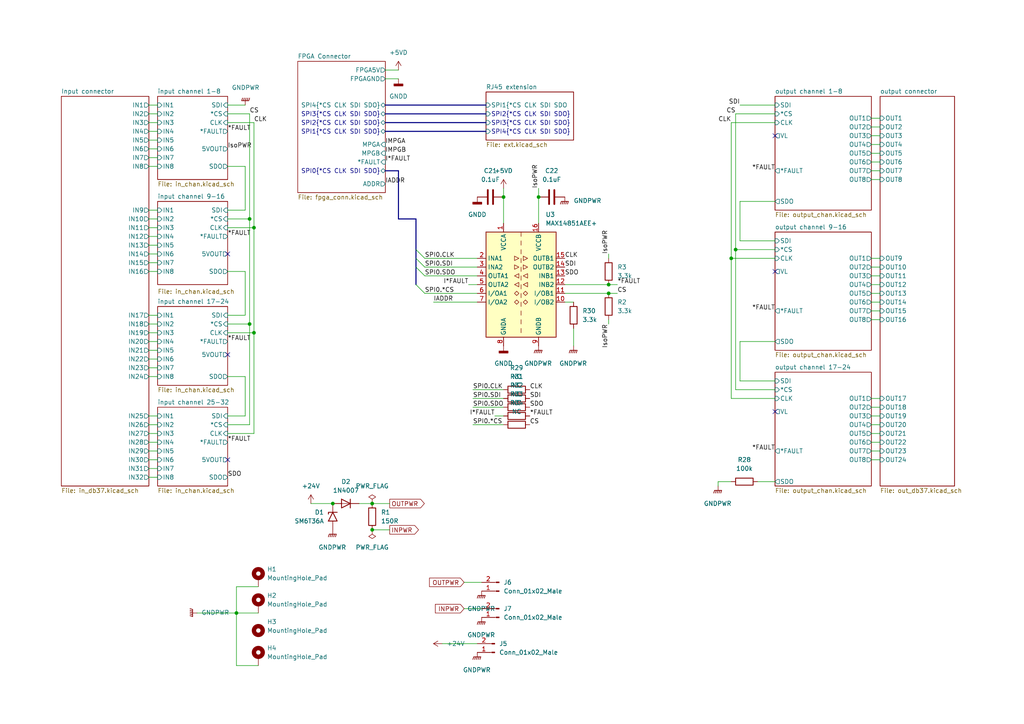
<source format=kicad_sch>
(kicad_sch (version 20211123) (generator eeschema)
  (paper "A4")
  (title_block (title "Num I/O") (rev "1") (company "Electrolab"))
  (lib_symbols
    (symbol "Connector:Conn_01x02_Male" (pin_names (offset 1.016) hide)
      (property "Reference" "J" (at 0 2.54 0))
      (property "Value" "Conn_01x02_Male" (at 0 -5.08 0))
      (symbol "Conn_01x02_Male_1_1"
        (polyline (pts (xy 1.27 -2.54) (xy 0.8636 -2.54)) (stroke (width 0.1524)))
        (polyline (pts (xy 1.27 0) (xy 0.8636 0)) (stroke (width 0.1524)))
        (rectangle (start 0.8636 -2.413) (end 0 -2.667) (stroke (width 0.1524)) (fill (type outline)))
        (rectangle (start 0.8636 0.127) (end 0 -0.127) (stroke (width 0.1524)) (fill (type outline)))
        (pin passive line (at 5.08 0 180) (length 3.81) (name "Pin_1") (number "1"))
        (pin passive line (at 5.08 -2.54 180) (length 3.81) (name "Pin_2") (number "2"))
      )
    )
    (symbol "Connector:DB25_Female_MountingHoles" (pin_names (offset 1.016) hide)
      (property "Reference" "J" (at 0 36.83 0))
      (property "Value" "DB25_Female_MountingHoles" (at 0 34.925 0))
      (symbol "DB25_Female_MountingHoles_0_1"
        (circle (center -1.778 -30.48) (radius 0.762))
        (circle (center -1.778 -25.4) (radius 0.762))
        (circle (center -1.778 -20.32) (radius 0.762))
        (circle (center -1.778 -15.24) (radius 0.762))
        (circle (center -1.778 -10.16) (radius 0.762))
        (circle (center -1.778 -5.08) (radius 0.762))
        (circle (center -1.778 0) (radius 0.762))
        (circle (center -1.778 5.08) (radius 0.762))
        (circle (center -1.778 10.16) (radius 0.762))
        (circle (center -1.778 15.24) (radius 0.762))
        (circle (center -1.778 20.32) (radius 0.762))
        (circle (center -1.778 25.4) (radius 0.762))
        (circle (center -1.778 30.48) (radius 0.762))
        (polyline (pts (xy -3.81 -30.48) (xy -2.54 -30.48)))
        (polyline (pts (xy -3.81 -27.94) (xy 0.508 -27.94)))
        (polyline (pts (xy -3.81 -25.4) (xy -2.54 -25.4)))
        (polyline (pts (xy -3.81 -22.86) (xy 0.508 -22.86)))
        (polyline (pts (xy -3.81 -20.32) (xy -2.54 -20.32)))
        (polyline (pts (xy -3.81 -17.78) (xy 0.508 -17.78)))
        (polyline (pts (xy -3.81 -15.24) (xy -2.54 -15.24)))
        (polyline (pts (xy -3.81 -12.7) (xy 0.508 -12.7)))
        (polyline (pts (xy -3.81 -10.16) (xy -2.54 -10.16)))
        (polyline (pts (xy -3.81 -7.62) (xy 0.508 -7.62)))
        (polyline (pts (xy -3.81 -5.08) (xy -2.54 -5.08)))
        (polyline (pts (xy -3.81 -2.54) (xy 0.508 -2.54)))
        (polyline (pts (xy -3.81 0) (xy -2.54 0)))
        (polyline (pts (xy -3.81 2.54) (xy 0.508 2.54)))
        (polyline (pts (xy -3.81 5.08) (xy -2.54 5.08)))
        (polyline (pts (xy -3.81 7.62) (xy 0.508 7.62)))
        (polyline (pts (xy -3.81 10.16) (xy -2.54 10.16)))
        (polyline (pts (xy -3.81 12.7) (xy 0.508 12.7)))
        (polyline (pts (xy -3.81 15.24) (xy -2.54 15.24)))
        (polyline (pts (xy -3.81 17.78) (xy 0.508 17.78)))
        (polyline (pts (xy -3.81 20.32) (xy -2.54 20.32)))
        (polyline (pts (xy -3.81 22.86) (xy 0.508 22.86)))
        (polyline (pts (xy -3.81 25.4) (xy -2.54 25.4)))
        (polyline (pts (xy -3.81 27.94) (xy 0.508 27.94)))
        (polyline (pts (xy -3.81 30.48) (xy -2.54 30.48)))
        (polyline (pts (xy -3.81 33.655) (xy 3.81 29.845) (xy 3.81 -29.845) (xy -3.81 -33.655) (xy -3.81 33.655)) (stroke (width 0.254)) (fill (type background)))
        (circle (center 1.27 -27.94) (radius 0.762))
        (circle (center 1.27 -22.86) (radius 0.762))
        (circle (center 1.27 -17.78) (radius 0.762))
        (circle (center 1.27 -12.7) (radius 0.762))
        (circle (center 1.27 -7.62) (radius 0.762))
        (circle (center 1.27 -2.54) (radius 0.762))
        (circle (center 1.27 2.54) (radius 0.762))
        (circle (center 1.27 7.62) (radius 0.762))
        (circle (center 1.27 12.7) (radius 0.762))
        (circle (center 1.27 17.78) (radius 0.762))
        (circle (center 1.27 22.86) (radius 0.762))
        (circle (center 1.27 27.94) (radius 0.762))
      )
      (symbol "DB25_Female_MountingHoles_1_1"
        (pin passive line (at 0 -35.56 90) (length 3.81) (name "PAD") (number "0"))
        (pin passive line (at -7.62 30.48 0) (length 3.81) (name "1") (number "1"))
        (pin passive line (at -7.62 -15.24 0) (length 3.81) (name "10") (number "10"))
        (pin passive line (at -7.62 -20.32 0) (length 3.81) (name "11") (number "11"))
        (pin passive line (at -7.62 -25.4 0) (length 3.81) (name "12") (number "12"))
        (pin passive line (at -7.62 -30.48 0) (length 3.81) (name "13") (number "13"))
        (pin passive line (at -7.62 27.94 0) (length 3.81) (name "P14") (number "14"))
        (pin passive line (at -7.62 22.86 0) (length 3.81) (name "P15") (number "15"))
        (pin passive line (at -7.62 17.78 0) (length 3.81) (name "P16") (number "16"))
        (pin passive line (at -7.62 12.7 0) (length 3.81) (name "P17") (number "17"))
        (pin passive line (at -7.62 7.62 0) (length 3.81) (name "P18") (number "18"))
        (pin passive line (at -7.62 2.54 0) (length 3.81) (name "P19") (number "19"))
        (pin passive line (at -7.62 25.4 0) (length 3.81) (name "2") (number "2"))
        (pin passive line (at -7.62 -2.54 0) (length 3.81) (name "P20") (number "20"))
        (pin passive line (at -7.62 -7.62 0) (length 3.81) (name "P21") (number "21"))
        (pin passive line (at -7.62 -12.7 0) (length 3.81) (name "P22") (number "22"))
        (pin passive line (at -7.62 -17.78 0) (length 3.81) (name "P23") (number "23"))
        (pin passive line (at -7.62 -22.86 0) (length 3.81) (name "P24") (number "24"))
        (pin passive line (at -7.62 -27.94 0) (length 3.81) (name "P25") (number "25"))
        (pin passive line (at -7.62 20.32 0) (length 3.81) (name "3") (number "3"))
        (pin passive line (at -7.62 15.24 0) (length 3.81) (name "4") (number "4"))
        (pin passive line (at -7.62 10.16 0) (length 3.81) (name "5") (number "5"))
        (pin passive line (at -7.62 5.08 0) (length 3.81) (name "6") (number "6"))
        (pin passive line (at -7.62 0 0) (length 3.81) (name "7") (number "7"))
        (pin passive line (at -7.62 -5.08 0) (length 3.81) (name "8") (number "8"))
        (pin passive line (at -7.62 -10.16 0) (length 3.81) (name "9") (number "9"))
      )
    )
    (symbol "Device:C" (pin_numbers hide) (pin_names (offset 0.254))
      (property "Reference" "C" (at 0.635 2.54 0))
      (property "Value" "C" (at 0.635 -2.54 0))
      (symbol "C_0_1"
        (polyline (pts (xy -2.032 -0.762) (xy 2.032 -0.762)) (stroke (width 0.508)))
        (polyline (pts (xy -2.032 0.762) (xy 2.032 0.762)) (stroke (width 0.508)))
      )
      (symbol "C_1_1"
        (pin passive line (at 0 3.81 270) (length 2.794) (name "~") (number "1"))
        (pin passive line (at 0 -3.81 90) (length 2.794) (name "~") (number "2"))
      )
    )
    (symbol "Device:R" (pin_numbers hide) (pin_names (offset 0))
      (property "Reference" "R" (at 2.032 0 90))
      (property "Value" "R" (at 0 0 90))
      (symbol "R_0_1"
        (rectangle (start -1.016 -2.54) (end 1.016 2.54) (stroke (width 0.254)))
      )
      (symbol "R_1_1"
        (pin passive line (at 0 3.81 270) (length 1.27) (name "~") (number "1"))
        (pin passive line (at 0 -3.81 90) (length 1.27) (name "~") (number "2"))
      )
    )
    (symbol "Diode:SM4007" (pin_numbers hide) (pin_names (offset 1.016) hide)
      (property "Reference" "D" (at 0 2.54 0))
      (property "Value" "SM4007" (at 0 -2.54 0))
      (symbol "SM4007_0_1"
        (polyline (pts (xy -1.27 1.27) (xy -1.27 -1.27)) (stroke (width 0.254)))
        (polyline (pts (xy 1.27 0) (xy -1.27 0)))
        (polyline (pts (xy 1.27 1.27) (xy 1.27 -1.27) (xy -1.27 0) (xy 1.27 1.27)) (stroke (width 0.254)))
      )
      (symbol "SM4007_1_1"
        (pin passive line (at -3.81 0 0) (length 2.54) (name "K") (number "1"))
        (pin passive line (at 3.81 0 180) (length 2.54) (name "A") (number "2"))
      )
    )
    (symbol "Diode:SM6T36A" (pin_numbers hide) (pin_names (offset 1.016) hide)
      (property "Reference" "D" (at 0 2.54 0))
      (property "Value" "SM6T36A" (at 0 -2.54 0))
      (symbol "SM6T36A_0_1"
        (polyline (pts (xy -0.762 1.27) (xy -1.27 1.27) (xy -1.27 -1.27)) (stroke (width 0.254)))
        (polyline (pts (xy 1.27 1.27) (xy 1.27 -1.27) (xy -1.27 0) (xy 1.27 1.27)) (stroke (width 0.254)))
      )
      (symbol "SM6T36A_1_1"
        (pin passive line (at -3.81 0 0) (length 2.54) (name "A1") (number "1"))
        (pin passive line (at 3.81 0 180) (length 2.54) (name "A2") (number "2"))
      )
    )
    (symbol "Isolator:HCPL-063A" (pin_names (offset 0))
      (property "Reference" "U" (at -4.064 11.43 0))
      (property "Value" "HCPL-063A" (at 7.874 11.43 0))
      (symbol "HCPL-063A_0_1"
        (rectangle (start -5.08 10.16) (end 5.08 -10.16) (stroke (width 0.254)) (fill (type background)))
      )
      (symbol "HCPL-063A_1_1"
        (polyline (pts (xy -3.048 -4.445) (xy -1.778 -4.445)) (stroke (width 0.254)))
        (polyline (pts (xy -3.048 4.445) (xy -1.778 4.445)) (stroke (width 0.254)))
        (polyline (pts (xy -0.381 -7.366) (xy -0.381 -8.636)))
        (polyline (pts (xy -0.381 -5.08) (xy -0.381 -6.35)))
        (polyline (pts (xy -0.381 -2.794) (xy -0.381 -4.064)))
        (polyline (pts (xy -0.381 -0.508) (xy -0.381 -1.778)))
        (polyline (pts (xy -0.381 1.778) (xy -0.381 0.508)))
        (polyline (pts (xy -0.381 4.064) (xy -0.381 2.794)))
        (polyline (pts (xy -0.381 6.35) (xy -0.381 5.08)))
        (polyline (pts (xy -0.381 8.636) (xy -0.381 7.366)))
        (polyline (pts (xy 4.699 -5.08) (xy 5.207 -5.08)) (stroke (width 0.254)))
        (polyline (pts (xy 4.699 5.08) (xy 5.334 5.08)) (stroke (width 0.254)))
        (polyline (pts (xy -4.953 -7.62) (xy -2.413 -7.62) (xy -2.413 -5.715)))
        (polyline (pts (xy -4.953 7.62) (xy -2.413 7.62) (xy -2.413 4.318)))
        (polyline (pts (xy -2.413 -5.842) (xy -2.413 -2.54) (xy -4.953 -2.54)))
        (polyline (pts (xy -2.413 4.445) (xy -2.413 2.54) (xy -4.953 2.54)))
        (polyline (pts (xy -2.413 -4.445) (xy -3.048 -5.715) (xy -1.778 -5.715) (xy -2.413 -4.445)) (stroke (width 0.254)))
        (polyline (pts (xy -2.413 4.445) (xy -3.048 5.715) (xy -1.778 5.715) (xy -2.413 4.445)) (stroke (width 0.254)))
        (polyline (pts (xy 3.937 -5.08) (xy 1.397 -3.81) (xy 1.397 -6.35) (xy 3.937 -5.08)) (stroke (width 0.254)))
        (polyline (pts (xy 3.937 5.08) (xy 1.397 6.35) (xy 1.397 3.81) (xy 3.937 5.08)) (stroke (width 0.254)))
        (polyline (pts (xy -1.397 -5.588) (xy -0.635 -5.588) (xy -1.016 -5.715) (xy -1.016 -5.461) (xy -0.635 -5.588)) (stroke (width 0.127)))
        (polyline (pts (xy -1.397 -4.572) (xy -0.635 -4.572) (xy -1.016 -4.699) (xy -1.016 -4.445) (xy -0.635 -4.572)) (stroke (width 0.127)))
        (polyline (pts (xy -1.397 4.572) (xy -0.635 4.572) (xy -1.016 4.445) (xy -1.016 4.699) (xy -0.635 4.572)) (stroke (width 0.127)))
        (polyline (pts (xy -1.397 5.588) (xy -0.635 5.588) (xy -1.016 5.461) (xy -1.016 5.715) (xy -0.635 5.588)) (stroke (width 0.127)))
        (circle (center 4.318 -5.08) (radius 0.3556) (stroke (width 0.254)))
        (circle (center 4.318 5.08) (radius 0.3556) (stroke (width 0.254)))
        (pin passive line (at -7.62 7.62 0) (length 2.54) (name "A1") (number "1"))
        (pin passive line (at -7.62 2.54 0) (length 2.54) (name "C1") (number "2"))
        (pin passive line (at -7.62 -2.54 0) (length 2.54) (name "C2") (number "3"))
        (pin passive line (at -7.62 -7.62 0) (length 2.54) (name "A2") (number "4"))
        (pin power_in line (at 0 -12.7 90) (length 2.54) (name "GND") (number "5"))
        (pin open_collector line (at 7.62 -5.08 180) (length 2.54) (name "VO2") (number "6"))
        (pin open_collector line (at 7.62 5.08 180) (length 2.54) (name "VO1") (number "7"))
        (pin power_in line (at 0 12.7 270) (length 2.54) (name "VCC") (number "8"))
      )
    )
    (symbol "Isolator:MAX14850AEE+"
      (property "Reference" "U" (at -9.525 16.51 0))
      (property "Value" "MAX14850AEE+" (at 13.335 16.51 0))
      (symbol "MAX14850AEE+_0_1"
        (rectangle (start -10.16 15.24) (end 10.16 -15.24) (stroke (width 0.254)) (fill (type background)))
        (polyline (pts (xy 0 -12.7) (xy 0 -13.97)))
        (polyline (pts (xy 0 -10.16) (xy 0 -11.43)))
        (polyline (pts (xy 0 -7.62) (xy 0 -8.89)))
        (polyline (pts (xy 0 -5.08) (xy 0 -6.35)))
        (polyline (pts (xy 0 -2.54) (xy 0 -3.81)))
        (polyline (pts (xy 0 0) (xy 0 -1.27)))
        (polyline (pts (xy 0 2.54) (xy 0 1.27)))
        (polyline (pts (xy 0 5.08) (xy 0 3.81)))
        (polyline (pts (xy 0 7.62) (xy 0 6.35)))
        (polyline (pts (xy 0 10.16) (xy 0 8.89)))
        (polyline (pts (xy 0 12.7) (xy 0 11.43)))
        (polyline (pts (xy 0 15.24) (xy 0 13.97)))
        (polyline (pts (xy -1.905 5.715) (xy -1.905 4.445) (xy -0.635 5.08) (xy -1.905 5.715)))
        (polyline (pts (xy -1.905 8.255) (xy -1.905 6.985) (xy -0.635 7.62) (xy -1.905 8.255)))
        (polyline (pts (xy -0.635 -0.635) (xy -0.635 0.635) (xy -1.905 0) (xy -0.635 -0.635)))
        (polyline (pts (xy -0.635 1.905) (xy -0.635 3.175) (xy -1.905 2.54) (xy -0.635 1.905)))
        (polyline (pts (xy 0.635 5.715) (xy 0.635 4.445) (xy 1.905 5.08) (xy 0.635 5.715)))
        (polyline (pts (xy 0.635 8.255) (xy 0.635 6.985) (xy 1.905 7.62) (xy 0.635 8.255)))
        (polyline (pts (xy 1.905 -0.635) (xy 1.905 0.635) (xy 0.635 0) (xy 1.905 -0.635)))
        (polyline (pts (xy 1.905 1.905) (xy 1.905 3.175) (xy 0.635 2.54) (xy 1.905 1.905)))
        (polyline (pts (xy -1.27 -4.445) (xy -1.905 -5.08) (xy -1.27 -5.715) (xy -0.635 -5.08) (xy -1.27 -4.445)))
        (polyline (pts (xy -1.27 -1.905) (xy -1.905 -2.54) (xy -1.27 -3.175) (xy -0.635 -2.54) (xy -1.27 -1.905)))
        (polyline (pts (xy 1.27 -4.445) (xy 0.635 -5.08) (xy 1.27 -5.715) (xy 1.905 -5.08) (xy 1.27 -4.445)))
        (polyline (pts (xy 1.27 -1.905) (xy 0.635 -2.54) (xy 1.27 -3.175) (xy 1.905 -2.54) (xy 1.27 -1.905)))
      )
      (symbol "MAX14850AEE+_1_1"
        (pin power_in line (at -5.08 17.78 270) (length 2.54) (name "VCCA") (number "1"))
        (pin bidirectional line (at 12.7 -5.08 180) (length 2.54) (name "I/OB2") (number "10"))
        (pin bidirectional line (at 12.7 -2.54 180) (length 2.54) (name "I/OB1") (number "11"))
        (pin input line (at 12.7 0 180) (length 2.54) (name "INB2") (number "12"))
        (pin input line (at 12.7 2.54 180) (length 2.54) (name "INB1") (number "13"))
        (pin output line (at 12.7 5.08 180) (length 2.54) (name "OUTB2") (number "14"))
        (pin output line (at 12.7 7.62 180) (length 2.54) (name "OUTB1") (number "15"))
        (pin power_in line (at 5.08 17.78 270) (length 2.54) (name "VCCB") (number "16"))
        (pin input line (at -12.7 7.62 0) (length 2.54) (name "INA1") (number "2"))
        (pin input line (at -12.7 5.08 0) (length 2.54) (name "INA2") (number "3"))
        (pin output line (at -12.7 2.54 0) (length 2.54) (name "OUTA1") (number "4"))
        (pin output line (at -12.7 0 0) (length 2.54) (name "OUTA2") (number "5"))
        (pin bidirectional line (at -12.7 -2.54 0) (length 2.54) (name "I/OA1") (number "6"))
        (pin bidirectional line (at -12.7 -5.08 0) (length 2.54) (name "I/OA2") (number "7"))
        (pin power_in line (at -5.08 -17.78 90) (length 2.54) (name "GNDA") (number "8"))
        (pin power_in line (at 5.08 -17.78 90) (length 2.54) (name "GNDB") (number "9"))
      )
    )
    (symbol "Mechanical:MountingHole" (pin_names (offset 1.016))
      (property "Reference" "H" (at 0 5.08 0))
      (property "Value" "MountingHole" (at 0 3.175 0))
      (symbol "MountingHole_0_1"
        (circle (center 0 0) (radius 1.27) (stroke (width 1.27)))
      )
    )
    (symbol "Mechanical:MountingHole_Pad" (pin_numbers hide) (pin_names (offset 1.016) hide)
      (property "Reference" "H" (at 0 6.35 0))
      (property "Value" "MountingHole_Pad" (at 0 4.445 0))
      (symbol "MountingHole_Pad_0_1"
        (circle (center 0 1.27) (radius 1.27) (stroke (width 1.27)))
      )
      (symbol "MountingHole_Pad_1_1"
        (pin input line (at 0 -2.54 90) (length 2.54) (name "1") (number "1"))
      )
    )
    (symbol "power:+24V" (power) (pin_names (offset 0))
      (property "Value" "+24V" (at 0 3.556 0))
      (symbol "+24V_0_1"
        (polyline (pts (xy -0.762 1.27) (xy 0 2.54)))
        (polyline (pts (xy 0 0) (xy 0 2.54)))
        (polyline (pts (xy 0 2.54) (xy 0.762 1.27)))
      )
      (symbol "+24V_1_1"
        (pin power_in line (at 0 0 90) (length 0) hide (name "+24V") (number "1"))
      )
    )
    (symbol "power:+5VD" (power) (pin_names (offset 0))
      (property "Value" "+5VD" (at 0 3.556 0))
      (symbol "+5VD_0_1"
        (polyline (pts (xy -0.762 1.27) (xy 0 2.54)))
        (polyline (pts (xy 0 0) (xy 0 2.54)))
        (polyline (pts (xy 0 2.54) (xy 0.762 1.27)))
      )
      (symbol "+5VD_1_1"
        (pin power_in line (at 0 0 90) (length 0) hide (name "+5VD") (number "1"))
      )
    )
    (symbol "power:GNDD" (power) (pin_names (offset 0))
      (property "Value" "GNDD" (at 0 -3.175 0))
      (symbol "GNDD_0_1"
        (rectangle (start -1.27 -1.524) (end 1.27 -2.032) (stroke (width 0.254)) (fill (type outline)))
        (polyline (pts (xy 0 0) (xy 0 -1.524)))
      )
      (symbol "GNDD_1_1"
        (pin power_in line (at 0 0 270) (length 0) hide (name "GNDD") (number "1"))
      )
    )
    (symbol "power:GNDPWR" (power) (pin_names (offset 0))
      (property "Value" "GNDPWR" (at 0 -3.302 0))
      (symbol "GNDPWR_0_1"
        (polyline (pts (xy 0 -1.27) (xy 0 0)))
        (polyline (pts (xy -1.016 -1.27) (xy -1.27 -2.032) (xy -1.27 -2.032)) (stroke (width 0.2032)))
        (polyline (pts (xy -0.508 -1.27) (xy -0.762 -2.032) (xy -0.762 -2.032)) (stroke (width 0.2032)))
        (polyline (pts (xy 0 -1.27) (xy -0.254 -2.032) (xy -0.254 -2.032)) (stroke (width 0.2032)))
        (polyline (pts (xy 0.508 -1.27) (xy 0.254 -2.032) (xy 0.254 -2.032)) (stroke (width 0.2032)))
        (polyline (pts (xy 1.016 -1.27) (xy -1.016 -1.27) (xy -1.016 -1.27)) (stroke (width 0.2032)))
        (polyline (pts (xy 1.016 -1.27) (xy 0.762 -2.032) (xy 0.762 -2.032) (xy 0.762 -2.032)) (stroke (width 0.2032)))
      )
      (symbol "GNDPWR_1_1"
        (pin power_in line (at 0 0 270) (length 0) hide (name "GNDPWR") (number "1"))
      )
    )
    (symbol "power:PWR_FLAG" (power) (pin_numbers hide) (pin_names (offset 0) hide)
      (property "Value" "PWR_FLAG" (at 0 3.81 0))
      (symbol "PWR_FLAG_0_0"
        (pin power_out line (at 0 0 90) (length 0) (name "pwr") (number "1"))
      )
      (symbol "PWR_FLAG_0_1"
        (polyline (pts (xy 0 0) (xy 0 1.27) (xy -1.016 1.905) (xy 0 2.54) (xy 1.016 1.905) (xy 0 1.27)))
      )
    )
  )
  (junction (at 72.39 63.5))
  (junction (at 68.58 177.8))
  (junction (at 73.66 96.52))
  (junction (at 107.95 153.67))
  (junction (at 176.53 82.55))
  (junction (at 156.21 57.15))
  (junction (at 72.39 93.98))
  (junction (at -91.44 124.46))
  (junction (at 176.53 85.09))
  (junction (at 96.52 146.05))
  (junction (at 146.05 57.15))
  (junction (at 213.36 72.39))
  (junction (at 107.95 146.05))
  (junction (at 73.66 66.04))
  (junction (at 212.09 74.93))
  (no_connect (at 66.04 133.35))
  (no_connect (at 66.04 73.66))
  (no_connect (at 66.04 102.87))
  (no_connect (at -33.02 105.41))
  (no_connect (at -33.02 102.87))
  (no_connect (at -33.02 100.33))
  (no_connect (at -33.02 97.79))
  (no_connect (at -33.02 95.25))
  (no_connect (at -33.02 123.19))
  (no_connect (at -33.02 120.65))
  (no_connect (at -33.02 92.71))
  (no_connect (at -33.02 128.27))
  (no_connect (at -33.02 133.35))
  (no_connect (at -33.02 153.67))
  (no_connect (at -33.02 140.97))
  (no_connect (at -33.02 143.51))
  (no_connect (at -33.02 146.05))
  (no_connect (at -33.02 148.59))
  (no_connect (at -33.02 151.13))
  (no_connect (at -33.02 125.73))
  (no_connect (at -33.02 115.57))
  (no_connect (at -33.02 113.03))
  (no_connect (at -33.02 110.49))
  (no_connect (at -33.02 107.95))
  (no_connect (at 224.79 78.74))
  (no_connect (at 224.79 119.38))
  (no_connect (at 224.79 39.37))
  (bus_entry (at 120.65 72.39) (size 2.54 2.54))
  (bus_entry (at 120.65 77.47) (size 2.54 2.54))
  (bus_entry (at 120.65 74.93) (size 2.54 2.54))
  (bus_entry (at 120.65 82.55) (size 2.54 2.54))
  (wire (pts (xy 128.27 186.69) (xy 138.43 186.69)))
  (wire (pts (xy 43.18 30.48) (xy 45.72 30.48)))
  (wire (pts (xy 111.76 22.86) (xy 115.57 22.86)))
  (wire (pts (xy 43.18 73.66) (xy 45.72 73.66)))
  (wire (pts (xy 43.18 33.02) (xy 45.72 33.02)))
  (wire (pts (xy 252.73 80.01) (xy 255.27 80.01)))
  (wire (pts (xy 252.73 52.07) (xy 255.27 52.07)))
  (wire (pts (xy -93.98 132.08) (xy -87.63 132.08)))
  (wire (pts (xy 43.18 68.58) (xy 45.72 68.58)))
  (wire (pts (xy -120.65 109.22) (xy -120.65 113.03)))
  (wire (pts (xy -80.01 146.05) (xy -80.01 137.16)))
  (wire (pts (xy -80.01 110.49) (xy -80.01 111.76)))
  (wire (pts (xy -45.72 118.11) (xy -33.02 118.11)))
  (wire (pts (xy 68.58 177.8) (xy 68.58 193.04)))
  (wire (pts (xy 43.18 106.68) (xy 45.72 106.68)))
  (wire (pts (xy 135.89 82.55) (xy 138.43 82.55)))
  (wire (pts (xy 224.79 33.02) (xy 213.36 33.02)))
  (wire (pts (xy 72.39 33.02) (xy 72.39 63.5)))
  (wire (pts (xy 252.73 41.91) (xy 255.27 41.91)))
  (wire (pts (xy 252.73 87.63) (xy 255.27 87.63)))
  (wire (pts (xy 111.76 20.32) (xy 115.57 20.32)))
  (bus (pts (xy 111.76 49.53) (xy 115.57 49.53)))
  (wire (pts (xy 123.19 85.09) (xy 138.43 85.09)))
  (wire (pts (xy 43.18 135.89) (xy 45.72 135.89)))
  (wire (pts (xy 123.19 74.93) (xy 138.43 74.93)))
  (wire (pts (xy 71.12 78.74) (xy 66.04 78.74)))
  (wire (pts (xy 224.79 99.06) (xy 214.63 99.06)))
  (wire (pts (xy 73.66 66.04) (xy 73.66 96.52)))
  (wire (pts (xy 43.18 35.56) (xy 45.72 35.56)))
  (wire (pts (xy 252.73 118.11) (xy 255.27 118.11)))
  (wire (pts (xy 43.18 40.64) (xy 45.72 40.64)))
  (wire (pts (xy 66.04 93.98) (xy 72.39 93.98)))
  (wire (pts (xy 43.18 71.12) (xy 45.72 71.12)))
  (wire (pts (xy 43.18 66.04) (xy 45.72 66.04)))
  (wire (pts (xy 43.18 63.5) (xy 45.72 63.5)))
  (bus (pts (xy 115.57 49.53) (xy 115.57 63.5)))
  (wire (pts (xy 179.07 82.55) (xy 176.53 82.55)))
  (wire (pts (xy 66.04 96.52) (xy 73.66 96.52)))
  (wire (pts (xy 208.28 140.97) (xy 208.28 139.7)))
  (wire (pts (xy -45.72 138.43) (xy -33.02 138.43)))
  (wire (pts (xy 176.53 82.55) (xy 163.83 82.55)))
  (wire (pts (xy 43.18 120.65) (xy 45.72 120.65)))
  (wire (pts (xy 43.18 104.14) (xy 45.72 104.14)))
  (wire (pts (xy 66.04 125.73) (xy 73.66 125.73)))
  (wire (pts (xy 73.66 96.52) (xy 73.66 125.73)))
  (bus (pts (xy 120.65 63.5) (xy 120.65 72.39)))
  (wire (pts (xy 252.73 120.65) (xy 255.27 120.65)))
  (wire (pts (xy 66.04 30.48) (xy 71.12 30.48)))
  (wire (pts (xy 107.95 153.67) (xy 113.03 153.67)))
  (wire (pts (xy 68.58 193.04) (xy 74.93 193.04)))
  (wire (pts (xy 43.18 38.1) (xy 45.72 38.1)))
  (wire (pts (xy 43.18 91.44) (xy 45.72 91.44)))
  (wire (pts (xy 71.12 48.26) (xy 71.12 60.96)))
  (wire (pts (xy 252.73 133.35) (xy 255.27 133.35)))
  (wire (pts (xy 252.73 34.29) (xy 255.27 34.29)))
  (wire (pts (xy -87.63 127) (xy -91.44 127)))
  (wire (pts (xy 57.15 177.8) (xy 68.58 177.8)))
  (wire (pts (xy 72.39 93.98) (xy 72.39 123.19)))
  (wire (pts (xy 213.36 113.03) (xy 213.36 72.39)))
  (wire (pts (xy 213.36 33.02) (xy 213.36 72.39)))
  (wire (pts (xy 252.73 92.71) (xy 255.27 92.71)))
  (wire (pts (xy 137.16 113.03) (xy 146.05 113.03)))
  (wire (pts (xy 252.73 85.09) (xy 255.27 85.09)))
  (wire (pts (xy 208.28 139.7) (xy 212.09 139.7)))
  (wire (pts (xy 66.04 91.44) (xy 71.12 91.44)))
  (wire (pts (xy 252.73 44.45) (xy 255.27 44.45)))
  (wire (pts (xy 212.09 115.57) (xy 212.09 74.93)))
  (wire (pts (xy 212.09 35.56) (xy 212.09 74.93)))
  (wire (pts (xy 43.18 99.06) (xy 45.72 99.06)))
  (wire (pts (xy 66.04 48.26) (xy 71.12 48.26)))
  (wire (pts (xy 214.63 58.42) (xy 214.63 69.85)))
  (wire (pts (xy 176.53 85.09) (xy 163.83 85.09)))
  (wire (pts (xy 43.18 93.98) (xy 45.72 93.98)))
  (wire (pts (xy -120.65 123.19) (xy -120.65 120.65)))
  (wire (pts (xy 252.73 128.27) (xy 255.27 128.27)))
  (wire (pts (xy 252.73 39.37) (xy 255.27 39.37)))
  (wire (pts (xy 252.73 82.55) (xy 255.27 82.55)))
  (wire (pts (xy 134.62 168.91) (xy 139.7 168.91)))
  (wire (pts (xy 214.63 30.48) (xy 224.79 30.48)))
  (wire (pts (xy 43.18 125.73) (xy 45.72 125.73)))
  (wire (pts (xy 71.12 120.65) (xy 71.12 109.22)))
  (wire (pts (xy 156.21 57.15) (xy 156.21 64.77)))
  (wire (pts (xy 252.73 130.81) (xy 255.27 130.81)))
  (wire (pts (xy 252.73 115.57) (xy 255.27 115.57)))
  (bus (pts (xy 115.57 63.5) (xy 120.65 63.5)))
  (wire (pts (xy 43.18 76.2) (xy 45.72 76.2)))
  (wire (pts (xy 176.53 92.71) (xy 176.53 93.98)))
  (wire (pts (xy 224.79 115.57) (xy 212.09 115.57)))
  (wire (pts (xy -45.72 130.81) (xy -33.02 130.81)))
  (wire (pts (xy 96.52 146.05) (xy 90.17 146.05)))
  (wire (pts (xy 252.73 90.17) (xy 255.27 90.17)))
  (wire (pts (xy 252.73 36.83) (xy 255.27 36.83)))
  (wire (pts (xy 146.05 54.61) (xy 146.05 57.15)))
  (wire (pts (xy 179.07 85.09) (xy 176.53 85.09)))
  (bus (pts (xy 111.76 38.1) (xy 140.97 38.1)))
  (wire (pts (xy 104.14 146.05) (xy 107.95 146.05)))
  (wire (pts (xy 224.79 58.42) (xy 214.63 58.42)))
  (wire (pts (xy 137.16 123.19) (xy 146.05 123.19)))
  (wire (pts (xy 156.21 54.61) (xy 156.21 57.15)))
  (wire (pts (xy 146.05 57.15) (xy 146.05 64.77)))
  (wire (pts (xy 43.18 101.6) (xy 45.72 101.6)))
  (wire (pts (xy 214.63 110.49) (xy 224.79 110.49)))
  (wire (pts (xy 43.18 138.43) (xy 45.72 138.43)))
  (wire (pts (xy 43.18 45.72) (xy 45.72 45.72)))
  (wire (pts (xy 43.18 60.96) (xy 45.72 60.96)))
  (wire (pts (xy 137.16 118.11) (xy 146.05 118.11)))
  (wire (pts (xy -91.44 121.92) (xy -91.44 124.46)))
  (wire (pts (xy 166.37 95.25) (xy 166.37 100.33)))
  (wire (pts (xy 43.18 43.18) (xy 45.72 43.18)))
  (wire (pts (xy 74.93 170.18) (xy 68.58 170.18)))
  (wire (pts (xy 252.73 125.73) (xy 255.27 125.73)))
  (wire (pts (xy -69.85 119.38) (xy -72.39 119.38)))
  (wire (pts (xy 43.18 78.74) (xy 45.72 78.74)))
  (wire (pts (xy 43.18 130.81) (xy 45.72 130.81)))
  (wire (pts (xy 123.19 80.01) (xy 138.43 80.01)))
  (bus (pts (xy 120.65 74.93) (xy 120.65 77.47)))
  (wire (pts (xy 143.51 120.65) (xy 146.05 120.65)))
  (wire (pts (xy -36.83 158.75) (xy -25.4 158.75)))
  (wire (pts (xy 66.04 35.56) (xy 73.66 35.56)))
  (wire (pts (xy 43.18 133.35) (xy 45.72 133.35)))
  (wire (pts (xy 71.12 91.44) (xy 71.12 78.74)))
  (wire (pts (xy 224.79 35.56) (xy 212.09 35.56)))
  (wire (pts (xy 66.04 63.5) (xy 72.39 63.5)))
  (wire (pts (xy 252.73 74.93) (xy 255.27 74.93)))
  (wire (pts (xy -87.63 121.92) (xy -91.44 121.92)))
  (wire (pts (xy 213.36 72.39) (xy 224.79 72.39)))
  (wire (pts (xy 252.73 46.99) (xy 255.27 46.99)))
  (wire (pts (xy 107.95 146.05) (xy 113.03 146.05)))
  (wire (pts (xy 252.73 49.53) (xy 255.27 49.53)))
  (wire (pts (xy 163.83 87.63) (xy 166.37 87.63)))
  (wire (pts (xy 43.18 48.26) (xy 45.72 48.26)))
  (wire (pts (xy 212.09 74.93) (xy 224.79 74.93)))
  (wire (pts (xy 68.58 177.8) (xy 74.93 177.8)))
  (wire (pts (xy 66.04 120.65) (xy 71.12 120.65)))
  (wire (pts (xy 72.39 123.19) (xy 66.04 123.19)))
  (wire (pts (xy 214.63 69.85) (xy 224.79 69.85)))
  (wire (pts (xy 68.58 170.18) (xy 68.58 177.8)))
  (bus (pts (xy 120.65 72.39) (xy 120.65 74.93)))
  (bus (pts (xy 111.76 33.02) (xy 140.97 33.02)))
  (bus (pts (xy 111.76 30.48) (xy 140.97 30.48)))
  (wire (pts (xy 43.18 128.27) (xy 45.72 128.27)))
  (wire (pts (xy 176.53 73.66) (xy 176.53 74.93)))
  (wire (pts (xy 72.39 63.5) (xy 72.39 93.98)))
  (bus (pts (xy 111.76 35.56) (xy 140.97 35.56)))
  (wire (pts (xy 43.18 96.52) (xy 45.72 96.52)))
  (wire (pts (xy 66.04 66.04) (xy 73.66 66.04)))
  (bus (pts (xy 120.65 77.47) (xy 120.65 82.55)))
  (wire (pts (xy 125.73 87.63) (xy 138.43 87.63)))
  (wire (pts (xy 73.66 35.56) (xy 73.66 66.04)))
  (wire (pts (xy 134.62 176.53) (xy 139.7 176.53)))
  (wire (pts (xy 66.04 33.02) (xy 72.39 33.02)))
  (wire (pts (xy -69.85 129.54) (xy -72.39 129.54)))
  (wire (pts (xy 214.63 99.06) (xy 214.63 110.49)))
  (wire (pts (xy -93.98 116.84) (xy -87.63 116.84)))
  (wire (pts (xy 43.18 123.19) (xy 45.72 123.19)))
  (wire (pts (xy 43.18 109.22) (xy 45.72 109.22)))
  (wire (pts (xy -91.44 127) (xy -91.44 124.46)))
  (wire (pts (xy 137.16 115.57) (xy 146.05 115.57)))
  (wire (pts (xy 71.12 60.96) (xy 66.04 60.96)))
  (wire (pts (xy 123.19 77.47) (xy 138.43 77.47)))
  (wire (pts (xy 252.73 77.47) (xy 255.27 77.47)))
  (wire (pts (xy -45.72 135.89) (xy -33.02 135.89)))
  (wire (pts (xy 224.79 113.03) (xy 213.36 113.03)))
  (wire (pts (xy 252.73 123.19) (xy 255.27 123.19)))
  (wire (pts (xy 219.71 139.7) (xy 224.79 139.7)))
  (wire (pts (xy 66.04 109.22) (xy 71.12 109.22)))
  (label "CS" (at 179.07 85.09 0))
  (label "*FAULT" (at 224.79 49.53 180))
  (label "*FAULT" (at 224.79 130.81 180))
  (label "*FAULT" (at 224.79 90.17 180))
  (label "IMPGA" (at -93.98 116.84 0))
  (label "SDO" (at 163.83 80.01 0))
  (label "MPGA" (at -45.72 118.11 0))
  (label "*FAULT" (at 179.07 82.55 0))
  (label "SPI0.SDO" (at 123.19 80.01 0))
  (label "CLK" (at 212.09 35.56 180))
  (label "SDO" (at 153.67 118.11 0))
  (label "IMPGB" (at 111.76 44.45 0))
  (label "IsoPWR" (at 176.53 93.98 270))
  (label "IsoPWR" (at 156.21 54.61 90))
  (label "I*FAULT" (at 111.76 46.99 0))
  (label "CLK" (at 163.83 74.93 0))
  (label "SDI" (at 163.83 77.47 0))
  (label "*FAULT" (at 66.04 99.06 0))
  (label "SDI" (at 214.63 30.48 180))
  (label "SPI0.CLK" (at 123.19 74.93 0))
  (label "*FAULT" (at 66.04 38.1 0))
  (label "IsoPWR" (at -45.72 135.89 0))
  (label "IMPGA" (at 111.76 41.91 0))
  (label "SPI0.SDI" (at 137.16 115.57 0))
  (label "SDI" (at 153.67 115.57 0))
  (label "*FAULT" (at 66.04 128.27 0))
  (label "CLK" (at 153.67 113.03 0))
  (label "*FAULT" (at 66.04 68.58 0))
  (label "MPGB" (at -45.72 138.43 0))
  (label "MPGB" (at -69.85 129.54 0))
  (label "IMPGB" (at -93.98 132.08 0))
  (label "IADDR" (at 111.76 53.34 0))
  (label "CS" (at 72.39 33.02 0))
  (label "SPI0.*CS" (at 123.19 85.09 0))
  (label "SPI0.SDO" (at 137.16 118.11 0))
  (label "IsoPWR" (at 176.53 73.66 90))
  (label "CS" (at 213.36 33.02 180))
  (label "SPI0.*CS" (at 137.16 123.19 0))
  (label "SPI0.SDI" (at 123.19 77.47 0))
  (label "CS" (at 153.67 123.19 0))
  (label "IsoPWR" (at -120.65 109.22 0))
  (label "IsoPWR" (at -80.01 110.49 90))
  (label "IADDR" (at 125.73 87.63 0))
  (label "IsoPWR" (at 66.04 43.18 0))
  (label "SDO" (at 66.04 138.43 0))
  (label "*FAULT" (at 153.67 120.65 0))
  (label "I*FAULT" (at 135.89 82.55 180))
  (label "SPI0.CLK" (at 137.16 113.03 0))
  (label "MPGA" (at -69.85 119.38 0))
  (label "I*FAULT" (at 143.51 120.65 180))
  (label "CLK" (at 73.66 35.56 0))
  (global_label "INPWR" (shape output) (at 113.03 153.67 0) (property "Intersheet References" "${INTERSHEET_REFS}" (effects hide)))
  (global_label "OUTPWR" (shape input) (at 134.62 168.91 180) (property "Intersheet References" "${INTERSHEET_REFS}" (effects hide)))
  (global_label "INPWR" (shape input) (at 134.62 176.53 180) (property "Intersheet References" "${INTERSHEET_REFS}" (effects hide)))
  (global_label "OUTPWR" (shape output) (at 113.03 146.05 0) (property "Intersheet References" "${INTERSHEET_REFS}" (effects hide)))
  (symbol (lib_id "power:GNDPWR") (at 96.52 153.67 0) (unit 1)
    (property "Reference" "#PWR013" (effects hide))
    (property "Value" "GNDPWR" (at 96.393 158.75 0))
  )
  (symbol (lib_id "power:GNDPWR") (at 139.7 171.45 0) (unit 1)
    (property "Reference" "#PWR063" (effects hide))
    (property "Value" "GNDPWR" (at 139.573 176.53 0))
  )
  (symbol (lib_id "power:+24V") (at 90.17 146.05 0) (unit 1)
    (property "Reference" "#PWR010" (effects hide))
    (property "Value" "+24V" (at 90.17 140.97 0))
  )
  (symbol (lib_id "power:GNDD") (at -91.44 124.46 270) (unit 1)
    (property "Reference" "#PWR0138" (effects hide))
    (property "Value" "GNDD" (at -88.9 124.4599 90) (effects (justify left)))
  )
  (symbol (lib_id "Connector:Conn_01x02_Male") (at 143.51 189.23 180) (unit 1)
    (property "Reference" "J5" (at 144.78 186.6899 0) (effects (justify right)))
    (property "Value" "Conn_01x02_Male" (at 144.78 189.2299 0) (effects (justify right)))
    (property "Footprint" "Connector_Molex:Molex_KK-254_AE-6410-02A_1x02_P2.54mm_Vertical" (effects hide))
  )
  (symbol (lib_id "Device:C") (at -120.65 116.84 180) (unit 1)
    (property "Reference" "C65" (at -115.57 115.5699 0) (effects (justify right)))
    (property "Value" "0.1uF" (at -115.57 118.1099 0) (effects (justify right)))
    (property "Footprint" "Capacitor_SMD:C_0805_2012Metric" (effects hide))
  )
  (symbol (lib_id "Diode:SM4007") (at 100.33 146.05 0) (mirror y) (unit 1)
    (property "Reference" "D2" (at 100.33 139.7 0))
    (property "Value" "1N4007" (at 100.33 142.24 0))
    (property "Footprint" "Diode_SMD:D_MELF" (effects hide))
    (property "Datasheet" "http://cdn-reichelt.de/documents/datenblatt/A400/SMD1N400%23DIO.pdf" (effects hide))
  )
  (symbol (lib_id "power:PWR_FLAG") (at 107.95 153.67 180) (unit 1)
    (property "Reference" "#FLG0102" (effects hide))
    (property "Value" "PWR_FLAG" (at 107.95 158.75 0))
  )
  (symbol (lib_id "power:GNDPWR") (at -120.65 123.19 0) (unit 1)
    (property "Reference" "#PWR075" (effects hide))
    (property "Value" "GNDPWR" (at -120.65 123.19 0) (effects (justify left)))
  )
  (symbol (lib_id "power:GNDD") (at 138.43 57.15 0) (unit 1)
    (property "Reference" "#PWR014" (effects hide))
    (property "Value" "GNDD" (at 138.43 62.23 0))
  )
  (symbol (lib_id "power:GNDPWR") (at 71.12 30.48 180) (unit 1)
    (property "Reference" "#PWR09" (effects hide))
    (property "Value" "GNDPWR" (at 71.247 25.4 0))
  )
  (symbol (lib_id "Connector:Conn_01x02_Male") (at 144.78 179.07 180) (unit 1)
    (property "Reference" "J7" (at 146.05 176.5299 0) (effects (justify right)))
    (property "Value" "Conn_01x02_Male" (at 146.05 179.0699 0) (effects (justify right)))
    (property "Footprint" "Connector_Molex:Molex_KK-254_AE-6410-02A_1x02_P2.54mm_Vertical" (effects hide))
  )
  (symbol (lib_id "Device:R") (at 107.95 149.86 0) (mirror y) (unit 1)
    (property "Reference" "R1" (at 110.49 148.5899 0) (effects (justify right)))
    (property "Value" "150R" (at 110.49 151.1299 0) (effects (justify right)))
    (property "Footprint" "Resistor_SMD:R_0805_2012Metric" (effects hide))
  )
  (symbol (lib_id "power:GNDPWR") (at 156.21 100.33 0) (unit 1)
    (property "Reference" "#PWR017" (effects hide))
    (property "Value" "GNDPWR" (at 156.083 105.41 0))
  )
  (symbol (lib_id "power:GNDD") (at 146.05 100.33 0) (unit 1)
    (property "Reference" "#PWR016" (effects hide))
    (property "Value" "GNDD" (at 146.05 105.41 0))
  )
  (symbol (lib_id "Device:R") (at 149.86 113.03 90) (unit 1)
    (property "Reference" "R29" (at 149.86 106.68 90))
    (property "Value" "NC" (at 149.86 109.22 90))
    (property "Footprint" "Resistor_SMD:R_0805_2012Metric_Pad1.20x1.40mm_HandSolder" (effects hide))
  )
  (symbol (lib_id "Mechanical:MountingHole_Pad") (at 74.93 190.5 0) (unit 1)
    (property "Reference" "H4" (at 77.47 187.9599 0) (effects (justify left)))
    (property "Value" "MountingHole_Pad" (at 77.47 190.4999 0) (effects (justify left)))
    (property "Footprint" "MountingHole:MountingHole_3.2mm_M3_DIN965_Pad" (effects hide))
  )
  (symbol (lib_id "power:GNDPWR") (at 138.43 189.23 0) (unit 1)
    (property "Reference" "#PWR061" (effects hide))
    (property "Value" "GNDPWR" (at 138.303 194.31 0))
  )
  (symbol (lib_id "power:GNDPWR") (at -36.83 158.75 270) (unit 1)
    (property "Reference" "#PWR0136" (effects hide))
    (property "Value" "GNDPWR" (at -36.83 158.75 90) (effects (justify left)))
  )
  (symbol (lib_id "Mechanical:MountingHole") (at 74.93 182.88 0) (unit 1)
    (property "Reference" "H3" (at 77.47 180.3399 0) (effects (justify left)))
    (property "Value" "MountingHole_Pad" (at 77.47 182.8799 0) (effects (justify left)))
    (property "Footprint" "MountingHole:MountingHole_3.2mm_M3_DIN965_Pad" (effects hide))
  )
  (symbol (lib_id "Device:R") (at 166.37 91.44 0) (unit 1)
    (property "Reference" "R30" (at 168.91 90.1699 0) (effects (justify left)))
    (property "Value" "3.3k" (at 168.91 92.7099 0) (effects (justify left)))
    (property "Footprint" "Resistor_SMD:R_0603_1608Metric" (effects hide))
  )
  (symbol (lib_id "Connector:DB25_Female_MountingHoles") (at -25.4 123.19 0) (unit 1)
    (property "Reference" "J10" (at -19.05 121.9199 0) (effects (justify left)))
    (property "Value" "DB25_Female" (at -19.05 124.4599 0) (effects (justify left)))
    (property "Footprint" "Connector_Dsub:DSUB-25_Female_Vertical_P2.77x2.84mm_MountingHoles" (effects hide))
    (property "Datasheet" " ~" (effects hide))
  )
  (symbol (lib_id "Mechanical:MountingHole_Pad") (at 74.93 167.64 0) (unit 1)
    (property "Reference" "H1" (at 77.47 165.0999 0) (effects (justify left)))
    (property "Value" "MountingHole_Pad" (at 77.47 167.6399 0) (effects (justify left)))
    (property "Footprint" "MountingHole:MountingHole_3.2mm_M3_DIN965_Pad" (effects hide))
  )
  (symbol (lib_id "Device:R") (at 176.53 88.9 0) (unit 1)
    (property "Reference" "R2" (at 179.07 87.6299 0) (effects (justify left)))
    (property "Value" "3.3k" (at 179.07 90.1699 0) (effects (justify left)))
    (property "Footprint" "Resistor_SMD:R_0603_1608Metric" (effects hide))
  )
  (symbol (lib_id "power:GNDPWR") (at -80.01 146.05 0) (unit 1)
    (property "Reference" "#PWR0137" (effects hide))
    (property "Value" "GNDPWR" (at -80.01 146.05 90) (effects (justify left)))
  )
  (symbol (lib_id "Device:R") (at 149.86 118.11 90) (unit 1)
    (property "Reference" "R32" (at 149.86 111.76 90))
    (property "Value" "NC" (at 149.86 114.3 90))
    (property "Footprint" "Resistor_SMD:R_0805_2012Metric_Pad1.20x1.40mm_HandSolder" (effects hide))
  )
  (symbol (lib_id "Mechanical:MountingHole_Pad") (at 74.93 175.26 0) (unit 1)
    (property "Reference" "H2" (at 77.47 172.7199 0) (effects (justify left)))
    (property "Value" "MountingHole_Pad" (at 77.47 175.2599 0) (effects (justify left)))
    (property "Footprint" "MountingHole:MountingHole_3.2mm_M3_DIN965_Pad" (effects hide))
  )
  (symbol (lib_id "Device:R") (at 215.9 139.7 90) (unit 1)
    (property "Reference" "R28" (at 215.9 133.35 90))
    (property "Value" "100k" (at 215.9 135.89 90))
    (property "Footprint" "Resistor_SMD:R_0603_1608Metric" (effects hide))
  )
  (symbol (lib_id "Device:C") (at 142.24 57.15 90) (unit 1)
    (property "Reference" "C21" (at 142.24 49.53 90))
    (property "Value" "0.1uF" (at 142.24 52.07 90))
    (property "Footprint" "Capacitor_SMD:C_0805_2012Metric" (effects hide))
  )
  (symbol (lib_id "power:GNDPWR") (at 139.7 179.07 0) (unit 1)
    (property "Reference" "#PWR065" (effects hide))
    (property "Value" "GNDPWR" (at 139.573 184.15 0))
  )
  (symbol (lib_id "power:+24V") (at 128.27 186.69 90) (unit 1)
    (property "Reference" "#PWR059" (effects hide))
    (property "Value" "+24V" (at 129.54 186.6899 90) (effects (justify right)))
  )
  (symbol (lib_id "Isolator:HCPL-063A") (at -80.01 124.46 0) (unit 1)
    (property "Reference" "U14" (at -77.2413 109.22 0) (effects (justify left)))
    (property "Value" "HCPL-063A" (at -77.2413 111.76 0) (effects (justify left)))
    (property "Footprint" "Package_SO:SOIC-8_3.9x4.9mm_P1.27mm" (effects hide))
    (property "Datasheet" "http://docs.avagotech.com/docs/AV02-0391EN" (effects hide))
  )
  (symbol (lib_id "Device:R") (at 149.86 123.19 90) (unit 1)
    (property "Reference" "R34" (at 149.86 116.84 90))
    (property "Value" "NC" (at 149.86 119.38 90))
    (property "Footprint" "Resistor_SMD:R_0805_2012Metric_Pad1.20x1.40mm_HandSolder" (effects hide))
  )
  (symbol (lib_id "Device:R") (at 149.86 115.57 90) (unit 1)
    (property "Reference" "R31" (at 149.86 109.22 90))
    (property "Value" "NC" (at 149.86 111.76 90))
    (property "Footprint" "Resistor_SMD:R_0805_2012Metric_Pad1.20x1.40mm_HandSolder" (effects hide))
  )
  (symbol (lib_id "power:GNDD") (at 115.57 22.86 0) (unit 1)
    (property "Reference" "#PWR012" (effects hide))
    (property "Value" "GNDD" (at 115.57 27.94 0))
  )
  (symbol (lib_id "Device:R") (at 149.86 120.65 90) (unit 1)
    (property "Reference" "R33" (at 149.86 114.3 90))
    (property "Value" "NC" (at 149.86 116.84 90))
    (property "Footprint" "Resistor_SMD:R_0805_2012Metric_Pad1.20x1.40mm_HandSolder" (effects hide))
  )
  (symbol (lib_id "power:+5VD") (at 115.57 20.32 0) (unit 1)
    (property "Reference" "#PWR011" (effects hide))
    (property "Value" "+5VD" (at 115.57 15.24 0))
  )
  (symbol (lib_id "Diode:SM6T36A") (at 96.52 149.86 90) (mirror x) (unit 1)
    (property "Reference" "D1" (at 93.98 148.5899 90) (effects (justify left)))
    (property "Value" "SM6T36A" (at 93.98 151.1299 90) (effects (justify left)))
    (property "Footprint" "Diode_SMD:D_SMB" (effects hide))
    (property "Datasheet" "https://www.st.com/resource/en/datasheet/sm6t.pdf" (effects hide))
  )
  (symbol (lib_id "Connector:Conn_01x02_Male") (at 144.78 171.45 180) (unit 1)
    (property "Reference" "J6" (at 146.05 168.9099 0) (effects (justify right)))
    (property "Value" "Conn_01x02_Male" (at 146.05 171.4499 0) (effects (justify right)))
    (property "Footprint" "Connector_Molex:Molex_KK-254_AE-6410-02A_1x02_P2.54mm_Vertical" (effects hide))
  )
  (symbol (lib_id "power:GNDPWR") (at 163.83 57.15 0) (unit 1)
    (property "Reference" "#PWR018" (effects hide))
    (property "Value" "GNDPWR" (at 166.37 58.2167 0) (effects (justify left)))
  )
  (symbol (lib_id "power:GNDPWR") (at 57.15 177.8 270) (unit 1)
    (property "Reference" "#PWR094" (effects hide))
    (property "Value" "GNDPWR" (at 58.42 177.6729 90) (effects (justify left)))
  )
  (symbol (lib_id "Isolator:MAX14850AEE+") (at 151.13 82.55 0) (unit 1)
    (property "Reference" "U3" (at 158.2294 62.23 0) (effects (justify left)))
    (property "Value" "MAX14851AEE+" (at 158.2294 64.77 0) (effects (justify left)))
    (property "Footprint" "Maxim industrial IO:MAX14851AEE&plus_" (effects hide))
    (property "Datasheet" "https://datasheets.maximintegrated.com/en/ds/MAX14850.pdf" (effects hide))
  )
  (symbol (lib_id "power:GNDPWR") (at 208.28 140.97 0) (unit 1)
    (property "Reference" "#PWR019" (effects hide))
    (property "Value" "GNDPWR" (at 208.153 146.05 0))
  )
  (symbol (lib_id "power:GNDPWR") (at 166.37 100.33 0) (unit 1)
    (property "Reference" "#PWR057" (effects hide))
    (property "Value" "GNDPWR" (at 166.243 105.41 0))
  )
  (symbol (lib_id "power:+5VD") (at 146.05 54.61 0) (unit 1)
    (property "Reference" "#PWR015" (effects hide))
    (property "Value" "+5VD" (at 146.05 49.53 0))
  )
  (symbol (lib_id "power:GNDPWR") (at -45.72 130.81 270) (unit 1)
    (property "Reference" "#PWR055" (effects hide))
    (property "Value" "GNDPWR" (at -45.72 130.81 90) (effects (justify left)))
  )
  (symbol (lib_id "Device:C") (at 160.02 57.15 90) (unit 1)
    (property "Reference" "C22" (at 160.02 49.53 90))
    (property "Value" "0.1uF" (at 160.02 52.07 90))
    (property "Footprint" "Capacitor_SMD:C_0805_2012Metric" (effects hide))
  )
  (symbol (lib_id "Device:R") (at 176.53 78.74 0) (unit 1)
    (property "Reference" "R3" (at 179.07 77.4699 0) (effects (justify left)))
    (property "Value" "3.3k" (at 179.07 80.0099 0) (effects (justify left)))
    (property "Footprint" "Resistor_SMD:R_0603_1608Metric" (effects hide))
  )
  (symbol (lib_id "power:PWR_FLAG") (at 107.95 146.05 0) (unit 1)
    (property "Reference" "#FLG0101" (effects hide))
    (property "Value" "PWR_FLAG" (at 107.95 140.97 0))
  )
  (sheet (at 224.79 27.94) (size 27.94 33.02) (stroke (width 0.1524))
    (property "Sheet name" "output channel 1-8" (at 224.79 27.2284 0) (effects (justify left bottom)))
    (property "Sheet file" "output_chan.kicad_sch" (at 224.79 61.5446 0) (effects (justify left top)))
    (pin "*FAULT" output (at 224.79 49.53 180))
    (pin "*CS" input (at 224.79 33.02 180))
    (pin "CLK" input (at 224.79 35.56 180))
    (pin "SDI" input (at 224.79 30.48 180))
    (pin "OUT1" output (at 252.73 34.29 0))
    (pin "OUT2" output (at 252.73 36.83 0))
    (pin "OUT3" output (at 252.73 39.37 0))
    (pin "OUT6" output (at 252.73 46.99 0))
    (pin "OUT5" output (at 252.73 44.45 0))
    (pin "SDO" output (at 224.79 58.42 180))
    (pin "OUT4" output (at 252.73 41.91 0))
    (pin "OUT8" output (at 252.73 52.07 0))
    (pin "OUT7" output (at 252.73 49.53 0))
    (pin "VL" output (at 224.79 39.37 180))
  )
  (sheet (at 140.97 26.67) (size 25.4 13.97) (stroke (width 0.1524))
    (property "Sheet name" "RJ45 extension" (at 140.97 25.9584 0) (effects (justify left bottom)))
    (property "Sheet file" "ext.kicad_sch" (at 140.97 41.2246 0) (effects (justify left top)))
    (pin "SPI1{*CS CLK SDI SDO" input (at 140.97 30.48 180))
    (pin "SPI2{*CS CLK SDI SDO}" input (at 140.97 33.02 180))
    (pin "SPI4{*CS CLK SDI SDO}" input (at 140.97 38.1 180))
    (pin "SPI3{*CS CLK SDI SDO}" input (at 140.97 35.56 180))
  )
  (sheet (at 86.36 17.78) (size 25.4 38.1) (stroke (width 0.1524))
    (property "Sheet name" "FPGA Connector" (at 86.36 17.0684 0) (effects (justify left bottom)))
    (property "Sheet file" "fpga_conn.kicad_sch" (at 86.36 56.4646 0) (effects (justify left top)))
    (pin "FPGA5V" output (at 111.76 20.32 0))
    (pin "SPI0{*CS CLK SDI SDO}" bidirectional (at 111.76 49.53 0))
    (pin "FPGAGND" output (at 111.76 22.86 0))
    (pin "ADDR" output (at 111.76 53.34 0))
    (pin "*FAULT" input (at 111.76 46.99 0))
    (pin "MPGB" input (at 111.76 44.45 0))
    (pin "MPGA" input (at 111.76 41.91 0))
    (pin "SPI1{*CS CLK SDI SDO}" bidirectional (at 111.76 38.1 0))
    (pin "SPI2{*CS CLK SDI SDO}" bidirectional (at 111.76 35.56 0))
    (pin "SPI3{*CS CLK SDI SDO}" bidirectional (at 111.76 33.02 0))
    (pin "SPI4{*CS CLK SDI SDO}" bidirectional (at 111.76 30.48 0))
  )
  (sheet (at 224.79 67.31) (size 27.94 34.29) (stroke (width 0.1524))
    (property "Sheet name" "output channel 9-16" (at 224.79 66.5984 0) (effects (justify left bottom)))
    (property "Sheet file" "output_chan.kicad_sch" (at 224.79 102.1846 0) (effects (justify left top)))
    (pin "*FAULT" output (at 224.79 90.17 180))
    (pin "*CS" input (at 224.79 72.39 180))
    (pin "CLK" input (at 224.79 74.93 180))
    (pin "SDI" input (at 224.79 69.85 180))
    (pin "OUT1" output (at 252.73 74.93 0))
    (pin "OUT2" output (at 252.73 77.47 0))
    (pin "OUT3" output (at 252.73 80.01 0))
    (pin "OUT6" output (at 252.73 87.63 0))
    (pin "OUT5" output (at 252.73 85.09 0))
    (pin "SDO" output (at 224.79 99.06 180))
    (pin "OUT4" output (at 252.73 82.55 0))
    (pin "OUT8" output (at 252.73 92.71 0))
    (pin "OUT7" output (at 252.73 90.17 0))
    (pin "VL" output (at 224.79 78.74 180))
  )
  (sheet (at 45.72 118.11) (size 20.32 22.86) (stroke (width 0.1524))
    (property "Sheet name" "input channel 25-32" (at 45.72 117.3984 0) (effects (justify left bottom)))
    (property "Sheet file" "in_chan.kicad_sch" (at 45.72 141.5546 0) (effects (justify left top)))
    (pin "SDO" output (at 66.04 138.43 0))
    (pin "CLK" input (at 66.04 125.73 0))
    (pin "*CS" input (at 66.04 123.19 0))
    (pin "IN1" input (at 45.72 120.65 180))
    (pin "IN2" input (at 45.72 123.19 180))
    (pin "IN3" input (at 45.72 125.73 180))
    (pin "IN4" input (at 45.72 128.27 180))
    (pin "IN5" input (at 45.72 130.81 180))
    (pin "IN6" input (at 45.72 133.35 180))
    (pin "IN7" input (at 45.72 135.89 180))
    (pin "IN8" input (at 45.72 138.43 180))
    (pin "*FAULT" output (at 66.04 128.27 0))
    (pin "SDI" input (at 66.04 120.65 0))
    (pin "5VOUT" output (at 66.04 133.35 0))
  )
  (sheet (at 45.72 58.42) (size 20.32 24.13) (stroke (width 0.1524))
    (property "Sheet name" "input channel 9-16" (at 45.72 57.7084 0) (effects (justify left bottom)))
    (property "Sheet file" "in_chan.kicad_sch" (at 45.72 83.82 0) (effects (justify left top)))
    (pin "SDO" output (at 66.04 78.74 0))
    (pin "CLK" input (at 66.04 66.04 0))
    (pin "*CS" input (at 66.04 63.5 0))
    (pin "IN1" input (at 45.72 60.96 180))
    (pin "IN2" input (at 45.72 63.5 180))
    (pin "IN3" input (at 45.72 66.04 180))
    (pin "IN4" input (at 45.72 68.58 180))
    (pin "IN5" input (at 45.72 71.12 180))
    (pin "IN6" input (at 45.72 73.66 180))
    (pin "IN7" input (at 45.72 76.2 180))
    (pin "IN8" input (at 45.72 78.74 180))
    (pin "*FAULT" output (at 66.04 68.58 0))
    (pin "SDI" input (at 66.04 60.96 0))
    (pin "5VOUT" output (at 66.04 73.66 0))
  )
  (sheet (at 224.79 107.95) (size 27.94 33.02) (stroke (width 0.1524))
    (property "Sheet name" "output channel 17-24" (at 224.79 107.2384 0) (effects (justify left bottom)))
    (property "Sheet file" "output_chan.kicad_sch" (at 224.79 141.5546 0) (effects (justify left top)))
    (pin "*FAULT" output (at 224.79 130.81 180))
    (pin "*CS" input (at 224.79 113.03 180))
    (pin "CLK" input (at 224.79 115.57 180))
    (pin "SDI" input (at 224.79 110.49 180))
    (pin "OUT1" output (at 252.73 115.57 0))
    (pin "OUT2" output (at 252.73 118.11 0))
    (pin "OUT3" output (at 252.73 120.65 0))
    (pin "OUT6" output (at 252.73 128.27 0))
    (pin "OUT5" output (at 252.73 125.73 0))
    (pin "SDO" output (at 224.79 139.7 180))
    (pin "OUT4" output (at 252.73 123.19 0))
    (pin "OUT8" output (at 252.73 133.35 0))
    (pin "OUT7" output (at 252.73 130.81 0))
    (pin "VL" output (at 224.79 119.38 180))
  )
  (sheet (at 45.72 88.9) (size 20.32 22.86) (stroke (width 0.1524))
    (property "Sheet name" "input channel 17-24" (at 45.72 88.1884 0) (effects (justify left bottom)))
    (property "Sheet file" "in_chan.kicad_sch" (at 45.72 112.3446 0) (effects (justify left top)))
    (pin "SDO" output (at 66.04 109.22 0))
    (pin "CLK" input (at 66.04 96.52 0))
    (pin "*CS" input (at 66.04 93.98 0))
    (pin "IN1" input (at 45.72 91.44 180))
    (pin "IN2" input (at 45.72 93.98 180))
    (pin "IN3" input (at 45.72 96.52 180))
    (pin "IN4" input (at 45.72 99.06 180))
    (pin "IN5" input (at 45.72 101.6 180))
    (pin "IN6" input (at 45.72 104.14 180))
    (pin "IN7" input (at 45.72 106.68 180))
    (pin "IN8" input (at 45.72 109.22 180))
    (pin "*FAULT" output (at 66.04 99.06 0))
    (pin "SDI" input (at 66.04 91.44 0))
    (pin "5VOUT" output (at 66.04 102.87 0))
  )
  (sheet (at 17.78 27.94) (size 25.4 113.03) (stroke (width 0.1524))
    (property "Sheet name" "Input connector" (at 17.78 27.2284 0) (effects (justify left bottom)))
    (property "Sheet file" "in_db37.kicad_sch" (at 17.78 141.5546 0) (effects (justify left top)))
    (pin "IN1" output (at 43.18 30.48 0))
    (pin "IN2" output (at 43.18 33.02 0))
    (pin "IN3" output (at 43.18 35.56 0))
    (pin "IN9" output (at 43.18 60.96 0))
    (pin "IN4" output (at 43.18 38.1 0))
    (pin "IN5" output (at 43.18 40.64 0))
    (pin "IN6" output (at 43.18 43.18 0))
    (pin "IN7" output (at 43.18 45.72 0))
    (pin "IN8" output (at 43.18 48.26 0))
    (pin "IN10" output (at 43.18 63.5 0))
    (pin "IN11" output (at 43.18 66.04 0))
    (pin "IN12" output (at 43.18 68.58 0))
    (pin "IN13" output (at 43.18 71.12 0))
    (pin "IN24" output (at 43.18 109.22 0))
    (pin "IN21" output (at 43.18 101.6 0))
    (pin "IN22" output (at 43.18 104.14 0))
    (pin "IN23" output (at 43.18 106.68 0))
    (pin "IN20" output (at 43.18 99.06 0))
    (pin "IN19" output (at 43.18 96.52 0))
    (pin "IN25" output (at 43.18 120.65 0))
    (pin "IN26" output (at 43.18 123.19 0))
    (pin "IN27" output (at 43.18 125.73 0))
    (pin "IN28" output (at 43.18 128.27 0))
    (pin "IN29" output (at 43.18 130.81 0))
    (pin "IN30" output (at 43.18 133.35 0))
    (pin "IN31" output (at 43.18 135.89 0))
    (pin "IN32" output (at 43.18 138.43 0))
    (pin "IN14" output (at 43.18 73.66 0))
    (pin "IN15" output (at 43.18 76.2 0))
    (pin "IN16" output (at 43.18 78.74 0))
    (pin "IN17" output (at 43.18 91.44 0))
    (pin "IN18" output (at 43.18 93.98 0))
  )
  (sheet (at 45.72 27.94) (size 20.32 24.13) (stroke (width 0.1524))
    (property "Sheet name" "input channel 1-8" (at 45.72 27.2284 0) (effects (justify left bottom)))
    (property "Sheet file" "in_chan.kicad_sch" (at 45.72 52.6546 0) (effects (justify left top)))
    (pin "SDO" output (at 66.04 48.26 0))
    (pin "CLK" input (at 66.04 35.56 0))
    (pin "*CS" input (at 66.04 33.02 0))
    (pin "IN1" input (at 45.72 30.48 180))
    (pin "IN2" input (at 45.72 33.02 180))
    (pin "IN3" input (at 45.72 35.56 180))
    (pin "IN4" input (at 45.72 38.1 180))
    (pin "IN5" input (at 45.72 40.64 180))
    (pin "IN6" input (at 45.72 43.18 180))
    (pin "IN7" input (at 45.72 45.72 180))
    (pin "IN8" input (at 45.72 48.26 180))
    (pin "*FAULT" output (at 66.04 38.1 0))
    (pin "SDI" input (at 66.04 30.48 0))
    (pin "5VOUT" output (at 66.04 43.18 0))
  )
  (sheet (at 255.27 27.94) (size 21.59 113.03) (stroke (width 0.1524))
    (property "Sheet name" "output connector" (at 255.27 27.2284 0) (effects (justify left bottom)))
    (property "Sheet file" "out_db37.kicad_sch" (at 255.27 141.5546 0) (effects (justify left top)))
    (pin "OUT1" input (at 255.27 34.29 180))
    (pin "OUT2" input (at 255.27 36.83 180))
    (pin "OUT3" input (at 255.27 39.37 180))
    (pin "OUT9" input (at 255.27 74.93 180))
    (pin "OUT7" input (at 255.27 49.53 180))
    (pin "OUT8" input (at 255.27 52.07 180))
    (pin "OUT10" input (at 255.27 77.47 180))
    (pin "OUT15" input (at 255.27 90.17 180))
    (pin "OUT17" input (at 255.27 115.57 180))
    (pin "OUT18" input (at 255.27 118.11 180))
    (pin "OUT19" input (at 255.27 120.65 180))
    (pin "OUT23" input (at 255.27 130.81 180))
    (pin "OUT20" input (at 255.27 123.19 180))
    (pin "OUT21" input (at 255.27 125.73 180))
    (pin "OUT22" input (at 255.27 128.27 180))
    (pin "OUT24" input (at 255.27 133.35 180))
    (pin "OUT4" input (at 255.27 41.91 180))
    (pin "OUT5" input (at 255.27 44.45 180))
    (pin "OUT6" input (at 255.27 46.99 180))
    (pin "OUT11" input (at 255.27 80.01 180))
    (pin "OUT12" input (at 255.27 82.55 180))
    (pin "OUT13" input (at 255.27 85.09 180))
    (pin "OUT14" input (at 255.27 87.63 180))
    (pin "OUT16" input (at 255.27 92.71 180))
  )
)
</source>
